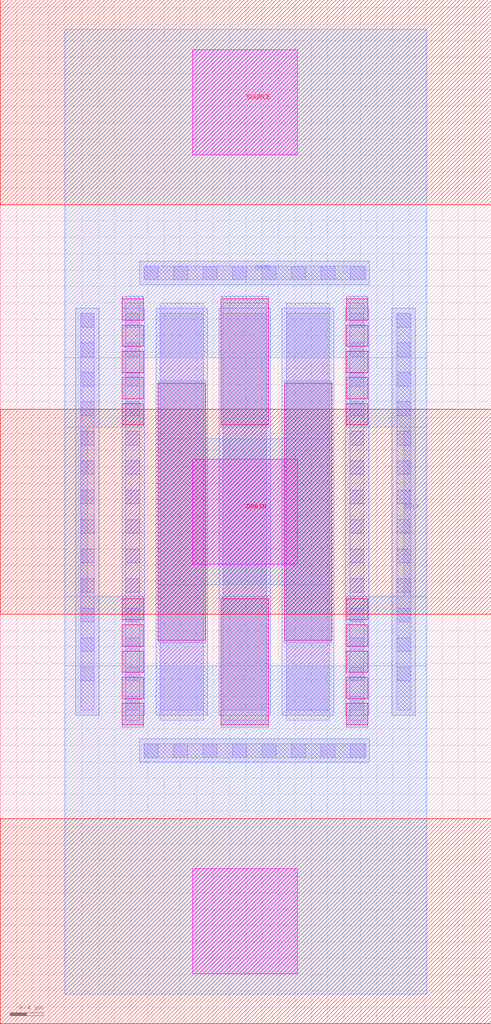
<source format=lef>
# Copyright 2020 The SkyWater PDK Authors
#
# Licensed under the Apache License, Version 2.0 (the "License");
# you may not use this file except in compliance with the License.
# You may obtain a copy of the License at
#
#     https://www.apache.org/licenses/LICENSE-2.0
#
# Unless required by applicable law or agreed to in writing, software
# distributed under the License is distributed on an "AS IS" BASIS,
# WITHOUT WARRANTIES OR CONDITIONS OF ANY KIND, either express or implied.
# See the License for the specific language governing permissions and
# limitations under the License.
#
# SPDX-License-Identifier: Apache-2.0

VERSION 5.7 ;
  NOWIREEXTENSIONATPIN ON ;
  DIVIDERCHAR "/" ;
  BUSBITCHARS "[]" ;
MACRO sky130_fd_pr__rf_pfet_01v8_hcM04W5p00L0p15
  CLASS BLOCK ;
  FOREIGN sky130_fd_pr__rf_pfet_01v8_hcM04W5p00L0p15 ;
  ORIGIN  0.000000  0.000000 ;
  SIZE  6.000000 BY  12.50000 ;
  PIN BULK
    ANTENNADIFFAREA  2.929000 ;
    PORT
      LAYER met1 ;
        RECT 0.920000 3.765000 1.210000 8.735000 ;
        RECT 4.785000 3.765000 5.075000 8.735000 ;
    END
  END BULK
  PIN DRAIN
    ANTENNADIFFAREA  6.262000 ;
    PORT
      LAYER met3 ;
        RECT 0.000000 5.000000 6.000000 7.500000 ;
    END
  END DRAIN
  PIN GATE
    ANTENNAGATEAREA  3.030000 ;
    PORT
      LAYER met1 ;
        RECT 1.700000 3.190000 4.510000 3.480000 ;
        RECT 1.700000 9.020000 4.510000 9.310000 ;
    END
  END GATE
  PIN SOURCE
    ANTENNADIFFAREA  6.034750 ;
    PORT
      LAYER met3 ;
        RECT 0.000000  0.000000 6.000000  2.500000 ;
        RECT 0.000000 10.000000 6.000000 12.500000 ;
    END
  END SOURCE
  OBS
    LAYER li1 ;
      RECT 0.980000 3.825000 1.150000 8.675000 ;
      RECT 1.535000 3.705000 1.705000 8.795000 ;
      RECT 1.760000 3.250000 4.470000 3.420000 ;
      RECT 1.760000 9.080000 4.470000 9.250000 ;
      RECT 1.955000 3.705000 2.485000 8.795000 ;
      RECT 2.725000 3.705000 3.255000 8.795000 ;
      RECT 3.495000 3.705000 4.025000 8.795000 ;
      RECT 4.275000 3.705000 4.445000 8.795000 ;
      RECT 4.845000 3.825000 5.015000 8.675000 ;
    LAYER mcon ;
      RECT 0.980000 4.185000 1.150000 4.355000 ;
      RECT 0.980000 4.545000 1.150000 4.715000 ;
      RECT 0.980000 4.905000 1.150000 5.075000 ;
      RECT 0.980000 5.265000 1.150000 5.435000 ;
      RECT 0.980000 5.625000 1.150000 5.795000 ;
      RECT 0.980000 5.985000 1.150000 6.155000 ;
      RECT 0.980000 6.345000 1.150000 6.515000 ;
      RECT 0.980000 6.705000 1.150000 6.875000 ;
      RECT 0.980000 7.065000 1.150000 7.235000 ;
      RECT 0.980000 7.425000 1.150000 7.595000 ;
      RECT 0.980000 7.785000 1.150000 7.955000 ;
      RECT 0.980000 8.145000 1.150000 8.315000 ;
      RECT 0.980000 8.505000 1.150000 8.675000 ;
      RECT 1.535000 3.825000 1.705000 3.995000 ;
      RECT 1.535000 4.185000 1.705000 4.355000 ;
      RECT 1.535000 4.545000 1.705000 4.715000 ;
      RECT 1.535000 4.905000 1.705000 5.075000 ;
      RECT 1.535000 5.265000 1.705000 5.435000 ;
      RECT 1.535000 5.625000 1.705000 5.795000 ;
      RECT 1.535000 5.985000 1.705000 6.155000 ;
      RECT 1.535000 6.345000 1.705000 6.515000 ;
      RECT 1.535000 6.705000 1.705000 6.875000 ;
      RECT 1.535000 7.065000 1.705000 7.235000 ;
      RECT 1.535000 7.425000 1.705000 7.595000 ;
      RECT 1.535000 7.785000 1.705000 7.955000 ;
      RECT 1.535000 8.145000 1.705000 8.315000 ;
      RECT 1.535000 8.505000 1.705000 8.675000 ;
      RECT 1.760000 3.250000 1.930000 3.420000 ;
      RECT 1.760000 9.080000 1.930000 9.250000 ;
      RECT 1.955000 3.825000 2.485000 8.675000 ;
      RECT 2.120000 3.250000 2.290000 3.420000 ;
      RECT 2.120000 9.080000 2.290000 9.250000 ;
      RECT 2.480000 3.250000 2.650000 3.420000 ;
      RECT 2.480000 9.080000 2.650000 9.250000 ;
      RECT 2.725000 3.825000 3.255000 8.675000 ;
      RECT 2.840000 3.250000 3.010000 3.420000 ;
      RECT 2.840000 9.080000 3.010000 9.250000 ;
      RECT 3.200000 3.250000 3.370000 3.420000 ;
      RECT 3.200000 9.080000 3.370000 9.250000 ;
      RECT 3.495000 3.825000 4.025000 8.675000 ;
      RECT 3.560000 3.250000 3.730000 3.420000 ;
      RECT 3.560000 9.080000 3.730000 9.250000 ;
      RECT 3.920000 3.250000 4.090000 3.420000 ;
      RECT 3.920000 9.080000 4.090000 9.250000 ;
      RECT 4.275000 3.825000 4.445000 3.995000 ;
      RECT 4.275000 4.185000 4.445000 4.355000 ;
      RECT 4.275000 4.545000 4.445000 4.715000 ;
      RECT 4.275000 4.905000 4.445000 5.075000 ;
      RECT 4.275000 5.265000 4.445000 5.435000 ;
      RECT 4.275000 5.625000 4.445000 5.795000 ;
      RECT 4.275000 5.985000 4.445000 6.155000 ;
      RECT 4.275000 6.345000 4.445000 6.515000 ;
      RECT 4.275000 6.705000 4.445000 6.875000 ;
      RECT 4.275000 7.065000 4.445000 7.235000 ;
      RECT 4.275000 7.425000 4.445000 7.595000 ;
      RECT 4.275000 7.785000 4.445000 7.955000 ;
      RECT 4.275000 8.145000 4.445000 8.315000 ;
      RECT 4.275000 8.505000 4.445000 8.675000 ;
      RECT 4.280000 3.250000 4.450000 3.420000 ;
      RECT 4.280000 9.080000 4.450000 9.250000 ;
      RECT 4.845000 4.185000 5.015000 4.355000 ;
      RECT 4.845000 4.545000 5.015000 4.715000 ;
      RECT 4.845000 4.905000 5.015000 5.075000 ;
      RECT 4.845000 5.265000 5.015000 5.435000 ;
      RECT 4.845000 5.625000 5.015000 5.795000 ;
      RECT 4.845000 5.985000 5.015000 6.155000 ;
      RECT 4.845000 6.345000 5.015000 6.515000 ;
      RECT 4.845000 6.705000 5.015000 6.875000 ;
      RECT 4.845000 7.065000 5.015000 7.235000 ;
      RECT 4.845000 7.425000 5.015000 7.595000 ;
      RECT 4.845000 7.785000 5.015000 7.955000 ;
      RECT 4.845000 8.145000 5.015000 8.315000 ;
      RECT 4.845000 8.505000 5.015000 8.675000 ;
    LAYER met1 ;
      RECT 1.490000 3.620000 1.750000 3.765000 ;
      RECT 1.490000 3.765000 1.765000 8.735000 ;
      RECT 1.490000 8.735000 1.750000 8.880000 ;
      RECT 1.905000 3.765000 2.535000 8.735000 ;
      RECT 2.675000 3.765000 3.305000 8.735000 ;
      RECT 2.700000 3.620000 3.280000 3.765000 ;
      RECT 2.700000 8.735000 3.280000 8.880000 ;
      RECT 3.445000 3.765000 4.075000 8.735000 ;
      RECT 4.215000 3.765000 4.505000 8.735000 ;
      RECT 4.230000 3.620000 4.490000 3.765000 ;
      RECT 4.230000 8.735000 4.490000 8.880000 ;
    LAYER met2 ;
      RECT 0.790000 0.360000 5.210000  4.370000 ;
      RECT 0.790000 4.370000 1.750000  5.220000 ;
      RECT 0.790000 5.220000 1.070000  7.280000 ;
      RECT 0.790000 7.280000 1.750000  8.130000 ;
      RECT 0.790000 8.130000 5.210000 12.140000 ;
      RECT 1.930000 4.650000 2.510000  5.360000 ;
      RECT 1.930000 5.360000 4.050000  7.140000 ;
      RECT 1.930000 7.140000 2.510000  7.850000 ;
      RECT 2.700000 4.370000 3.280000  5.220000 ;
      RECT 2.700000 7.280000 3.280000  8.130000 ;
      RECT 3.470000 4.650000 4.050000  5.360000 ;
      RECT 3.470000 7.140000 4.050000  7.850000 ;
      RECT 4.230000 4.370000 5.210000  5.220000 ;
      RECT 4.230000 7.280000 5.210000  8.130000 ;
      RECT 4.930000 5.220000 5.210000  7.280000 ;
    LAYER via ;
      RECT 1.490000 3.650000 1.750000 3.910000 ;
      RECT 1.490000 3.970000 1.750000 4.230000 ;
      RECT 1.490000 4.290000 1.750000 4.550000 ;
      RECT 1.490000 4.610000 1.750000 4.870000 ;
      RECT 1.490000 4.930000 1.750000 5.190000 ;
      RECT 1.490000 7.310000 1.750000 7.570000 ;
      RECT 1.490000 7.630000 1.750000 7.890000 ;
      RECT 1.490000 7.950000 1.750000 8.210000 ;
      RECT 1.490000 8.270000 1.750000 8.530000 ;
      RECT 1.490000 8.590000 1.750000 8.850000 ;
      RECT 1.930000 4.680000 2.510000 7.820000 ;
      RECT 2.700000 3.650000 3.280000 5.190000 ;
      RECT 2.700000 7.310000 3.280000 8.850000 ;
      RECT 3.470000 4.680000 4.050000 7.820000 ;
      RECT 4.230000 3.650000 4.490000 3.910000 ;
      RECT 4.230000 3.970000 4.490000 4.230000 ;
      RECT 4.230000 4.290000 4.490000 4.550000 ;
      RECT 4.230000 4.610000 4.490000 4.870000 ;
      RECT 4.230000 4.930000 4.490000 5.190000 ;
      RECT 4.230000 7.310000 4.490000 7.570000 ;
      RECT 4.230000 7.630000 4.490000 7.890000 ;
      RECT 4.230000 7.950000 4.490000 8.210000 ;
      RECT 4.230000 8.270000 4.490000 8.530000 ;
      RECT 4.230000 8.590000 4.490000 8.850000 ;
    LAYER via2 ;
      RECT 2.350000  0.610000 3.630000  1.890000 ;
      RECT 2.350000  5.610000 3.630000  6.890000 ;
      RECT 2.350000 10.610000 3.630000 11.890000 ;
  END
END sky130_fd_pr__rf_pfet_01v8_hcM04W5p00L0p15
END LIBRARY

</source>
